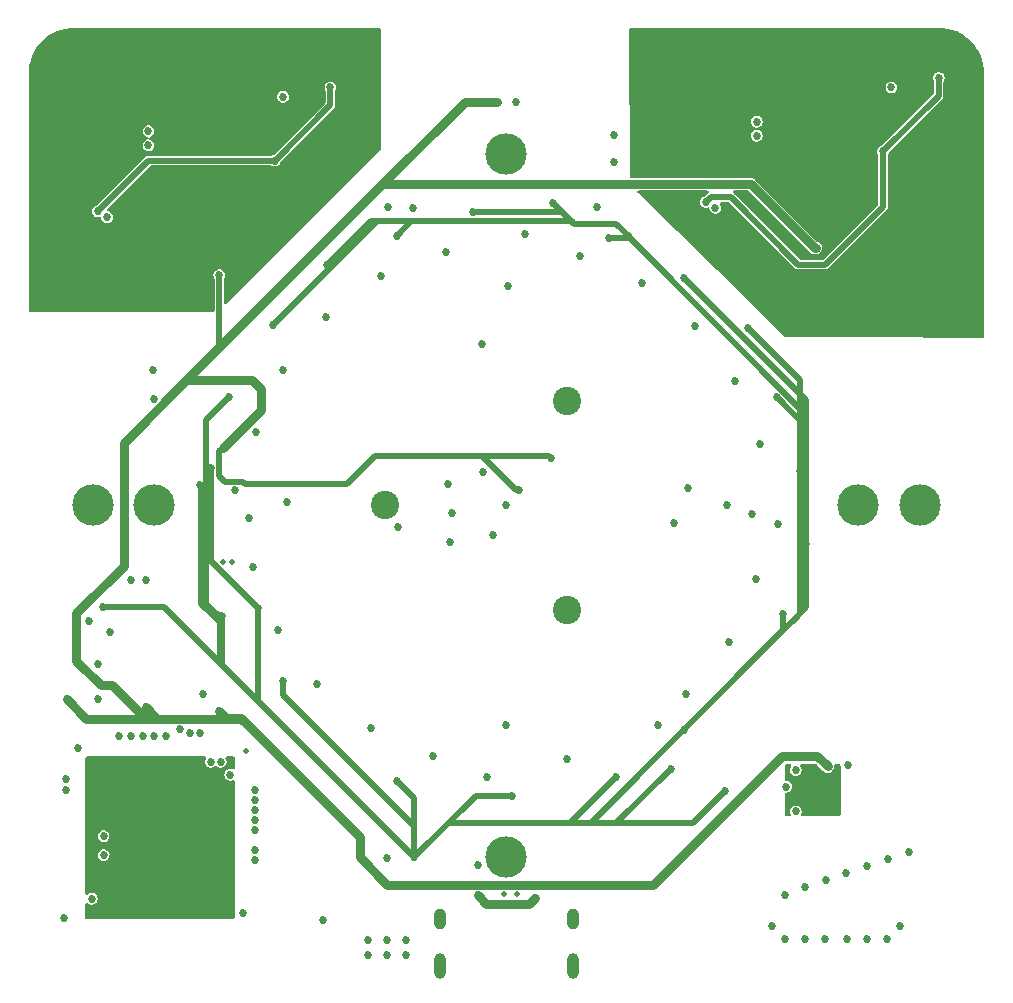
<source format=gbr>
%TF.GenerationSoftware,KiCad,Pcbnew,(6.0.8)*%
%TF.CreationDate,2022-10-28T13:46:59+02:00*%
%TF.ProjectId,view_base,76696577-5f62-4617-9365-2e6b69636164,rev?*%
%TF.SameCoordinates,Original*%
%TF.FileFunction,Copper,L3,Inr*%
%TF.FilePolarity,Positive*%
%FSLAX46Y46*%
G04 Gerber Fmt 4.6, Leading zero omitted, Abs format (unit mm)*
G04 Created by KiCad (PCBNEW (6.0.8)) date 2022-10-28 13:46:59*
%MOMM*%
%LPD*%
G01*
G04 APERTURE LIST*
%TA.AperFunction,ComponentPad*%
%ADD10C,0.600000*%
%TD*%
%TA.AperFunction,ComponentPad*%
%ADD11C,2.400000*%
%TD*%
%TA.AperFunction,ComponentPad*%
%ADD12C,3.500000*%
%TD*%
%TA.AperFunction,ComponentPad*%
%ADD13O,1.000000X2.200000*%
%TD*%
%TA.AperFunction,ComponentPad*%
%ADD14O,1.000000X1.800000*%
%TD*%
%TA.AperFunction,ViaPad*%
%ADD15C,0.685800*%
%TD*%
%TA.AperFunction,ViaPad*%
%ADD16C,0.500000*%
%TD*%
%TA.AperFunction,Conductor*%
%ADD17C,0.508000*%
%TD*%
%TA.AperFunction,Conductor*%
%ADD18C,0.762000*%
%TD*%
G04 APERTURE END LIST*
D10*
%TO.N,GND*%
%TO.C,U5*%
X125450000Y-124675000D03*
X125450000Y-123675000D03*
X126450000Y-123675000D03*
X126450000Y-124675000D03*
%TD*%
D11*
%TO.N,unconnected-(H3-Pad1)*%
%TO.C,H3*%
X105125427Y-91122500D03*
%TD*%
%TO.N,unconnected-(H1-Pad1)*%
%TO.C,H1*%
X105125427Y-108877499D03*
%TD*%
%TO.N,unconnected-(H2-Pad1)*%
%TO.C,H2*%
X89749146Y-100000000D03*
%TD*%
D12*
%TO.N,unconnected-(H4-Pad1)*%
%TO.C,H4*%
X100000000Y-129800000D03*
%TD*%
%TO.N,unconnected-(H5-Pad1)*%
%TO.C,H5*%
X70200000Y-100000000D03*
%TD*%
%TO.N,unconnected-(H6-Pad1)*%
%TO.C,H6*%
X100000000Y-70200000D03*
%TD*%
%TO.N,unconnected-(H7-Pad1)*%
%TO.C,H7*%
X129800000Y-100000000D03*
%TD*%
D13*
%TO.N,GND*%
%TO.C,J2*%
X94380000Y-139000000D03*
X105620000Y-139000000D03*
D14*
X105620000Y-135000000D03*
X94380000Y-135000000D03*
%TD*%
D12*
%TO.N,unconnected-(H8-Pad1)*%
%TO.C,H8*%
X135000000Y-100000000D03*
%TD*%
%TO.N,unconnected-(H9-Pad1)*%
%TO.C,H9*%
X65000000Y-100000000D03*
%TD*%
D15*
%TO.N,+5V*%
X113900000Y-122300000D03*
%TO.N,/IN2A+*%
X100000000Y-118562500D03*
%TO.N,GND*%
X114200000Y-101500000D03*
X120800000Y-100700000D03*
%TO.N,/AVDD*%
X115400000Y-98500000D03*
%TO.N,/IN2B+*%
X118662500Y-100000000D03*
%TO.N,/STRAIN2_DO*%
X109100000Y-70900000D03*
%TO.N,/STRAIN2_SCK*%
X109100000Y-68600000D03*
%TO.N,/STRAIN2_DO*%
X92100000Y-74800000D03*
%TO.N,/STRAIN2_SCK*%
X90000000Y-74700000D03*
X70100000Y-88500000D03*
%TO.N,/STRAIN2_DO*%
X70148676Y-90948676D03*
%TO.N,+3V3*%
X126200000Y-78199992D03*
%TO.N,GND*%
X123102088Y-83802085D03*
X121900000Y-82600000D03*
X124099996Y-84500001D03*
X127499997Y-84500000D03*
X139100002Y-83200007D03*
X139100000Y-81500000D03*
X114702087Y-75302083D03*
X119510408Y-80110408D03*
X120712489Y-81312489D03*
X113500000Y-74100000D03*
X115904167Y-76504158D03*
X117106245Y-77706248D03*
X118308324Y-78908331D03*
X112300003Y-64300006D03*
X112300001Y-71100002D03*
X112300000Y-62600000D03*
X112300007Y-65999999D03*
X112299998Y-67700003D03*
X112299995Y-69400002D03*
X120799994Y-60900003D03*
X114000000Y-60900001D03*
X112299996Y-60900001D03*
X122500000Y-60900000D03*
X119100001Y-60900007D03*
X117399996Y-60899999D03*
X115699997Y-60900000D03*
%TO.N,/STRAIN2_DO*%
X121200000Y-68699998D03*
%TO.N,/AVDD*%
X131899998Y-69999997D03*
%TO.N,GND*%
X127499996Y-60899999D03*
X130900000Y-60900006D03*
X137699997Y-61399998D03*
X132599993Y-60900002D03*
X124099995Y-60900000D03*
%TO.N,/AVDD*%
X136600000Y-63799999D03*
%TO.N,GND*%
X138799994Y-62800003D03*
X129199995Y-60899998D03*
X139100000Y-76400000D03*
%TO.N,/IN2B+*%
X117700001Y-74799999D03*
%TO.N,/AVDD*%
X116899999Y-74299997D03*
%TO.N,GND*%
X129200004Y-84500002D03*
X139100001Y-74699999D03*
X139099993Y-64500001D03*
X137700000Y-84500000D03*
X139099995Y-66200002D03*
X139099999Y-72999994D03*
X139099999Y-69600001D03*
X125799999Y-60900000D03*
X134299999Y-60899999D03*
X139099997Y-78099997D03*
X130899997Y-84499999D03*
%TO.N,/IN2A+*%
X132599999Y-64599999D03*
%TO.N,/STRAIN2_SCK*%
X121199999Y-67499999D03*
%TO.N,GND*%
X134300006Y-84499997D03*
X139099993Y-79800001D03*
X135999998Y-60899999D03*
X139099996Y-71300002D03*
X135999999Y-84499999D03*
X139099995Y-67900002D03*
%TO.N,/AVDD*%
X97900000Y-86300000D03*
X85100000Y-64600000D03*
%TO.N,GND*%
X77100000Y-80500000D03*
X79697917Y-77702084D03*
X80893759Y-76506246D03*
X83297917Y-74102084D03*
X82095839Y-75304161D03*
X84493759Y-72906246D03*
X86897917Y-70502084D03*
X85695839Y-71704161D03*
X88100000Y-69299999D03*
X88100000Y-67600003D03*
X88100000Y-64199999D03*
X88100000Y-62500003D03*
X84700000Y-60800000D03*
X86400000Y-60800000D03*
X88099998Y-60800001D03*
X79600000Y-60800000D03*
X81300000Y-60800000D03*
X84700000Y-60800000D03*
X82999998Y-60800001D03*
X76200000Y-60800000D03*
X79600000Y-60800000D03*
X77899998Y-60800001D03*
X71100000Y-60800000D03*
X74500000Y-60800000D03*
X72799998Y-60800001D03*
X69400000Y-60800000D03*
X66000000Y-60800000D03*
X67699998Y-60800001D03*
X64300000Y-60800000D03*
X62600000Y-61100000D03*
X60700000Y-63900000D03*
X61200000Y-62200000D03*
X60700000Y-65600000D03*
X60700000Y-69000000D03*
X60700000Y-67300000D03*
X60700000Y-70700000D03*
X60700000Y-74100000D03*
X60700000Y-72400000D03*
X60700000Y-75800000D03*
X62900000Y-82300000D03*
X64600000Y-82300000D03*
X68000000Y-82300000D03*
X69700000Y-82300000D03*
X71400000Y-82300000D03*
X73100000Y-82300000D03*
X74800000Y-82300000D03*
%TO.N,/IN1A+*%
X100100000Y-81437500D03*
%TO.N,/IN1B+*%
X81437500Y-99700000D03*
X66200000Y-75600000D03*
%TO.N,/IN1A+*%
X81100000Y-65400000D03*
%TO.N,/AVDD*%
X80400000Y-70800000D03*
X65400000Y-75100000D03*
%TO.N,/STRAIN1_DO*%
X62700000Y-123200000D03*
%TO.N,/STRAIN1_SCK*%
X62700000Y-124100000D03*
%TO.N,/STRAIN1_DO*%
X69700000Y-69500000D03*
%TO.N,/STRAIN1_SCK*%
X69700000Y-68300000D03*
%TO.N,+3V3*%
X75700000Y-80500000D03*
%TO.N,GND*%
X77700000Y-134500000D03*
X63700000Y-120500000D03*
D16*
X77947813Y-120784827D03*
D15*
%TO.N,+3V3*%
X99200000Y-65800000D03*
%TO.N,GND*%
X100800000Y-65800000D03*
%TO.N,/SDA*%
X69500000Y-106300000D03*
%TO.N,/SCL*%
X68200000Y-106300000D03*
%TO.N,/LED_DATA_5V*%
X66400000Y-110700000D03*
D16*
%TO.N,/SCL*%
X76800000Y-104800000D03*
%TO.N,/SDA*%
X76000000Y-104800000D03*
D15*
%TO.N,/MAG_DO*%
X90800000Y-101800000D03*
X78200000Y-101100000D03*
%TO.N,+5V*%
X65875000Y-108625000D03*
X118500000Y-124200000D03*
X78950000Y-108700000D03*
X75900000Y-109400000D03*
X74100000Y-98250000D03*
X74950000Y-96850000D03*
X76550000Y-90800000D03*
X80200000Y-84750000D03*
X84850000Y-79600000D03*
X90750000Y-77150000D03*
X97200000Y-75150000D03*
X103950000Y-74350000D03*
X108700000Y-77350000D03*
X115000000Y-80700000D03*
X120500000Y-84950000D03*
X122900000Y-90850000D03*
X124900000Y-97100000D03*
X125400000Y-103300000D03*
X123450000Y-109200000D03*
X115000000Y-119000000D03*
X109300000Y-122950000D03*
X100500000Y-124603600D03*
X90750000Y-123300000D03*
X81100000Y-114900000D03*
%TO.N,GND*%
X107700000Y-74750000D03*
X65900000Y-124449999D03*
X66250000Y-132050000D03*
X68050000Y-132050000D03*
X69850000Y-132050000D03*
X71650000Y-132050000D03*
X75249999Y-132050000D03*
X73450000Y-132050000D03*
X75900000Y-129099999D03*
X75900000Y-127300000D03*
X75900000Y-125499999D03*
X75900000Y-123700000D03*
X74900000Y-122650000D03*
X71100000Y-122650000D03*
X69500000Y-122650000D03*
X67700000Y-122650000D03*
X65900000Y-122650000D03*
X72350000Y-129150000D03*
X70700000Y-129150000D03*
X69050000Y-129150000D03*
X69050000Y-127500000D03*
X70700000Y-127500000D03*
X72350000Y-127500000D03*
X72350000Y-125850000D03*
X70700000Y-125850000D03*
X69050000Y-125850000D03*
X127800000Y-122800000D03*
X127319400Y-125544400D03*
%TO.N,/USB_D-*%
X97600000Y-130400000D03*
D16*
%TO.N,/USB_D+*%
X100900000Y-132900000D03*
X99800000Y-132900000D03*
D15*
%TO.N,GND*%
X89900000Y-129850000D03*
X91500000Y-138100000D03*
X89900000Y-138100000D03*
X88300000Y-138100000D03*
X91500000Y-136800000D03*
X89900000Y-136800000D03*
X88300000Y-136800000D03*
%TO.N,+3V3*%
X127200000Y-122100000D03*
X87600000Y-129800000D03*
%TO.N,+5V*%
X92200000Y-129800000D03*
X102400000Y-133200000D03*
X97600000Y-133000000D03*
%TO.N,/TMC_VL*%
X78700000Y-124950000D03*
%TO.N,/TMC_DIAG*%
X78700000Y-124100000D03*
%TO.N,/TMC_WL*%
X78700000Y-125800000D03*
%TO.N,/TMC_UL*%
X78700000Y-126650000D03*
%TO.N,/TMC_WH*%
X78700000Y-127500000D03*
%TO.N,/TMC_VH*%
X78700000Y-129200000D03*
%TO.N,/TMC_UH*%
X78700000Y-130050000D03*
%TO.N,GND*%
X133300000Y-135600000D03*
X132200000Y-136700000D03*
X130500000Y-136700000D03*
X128800000Y-136700000D03*
X127000000Y-136700000D03*
X125300000Y-136700000D03*
X123600000Y-136700000D03*
X122500000Y-135600000D03*
X128900000Y-122000000D03*
%TO.N,Net-(J3-Pad1)*%
X124500000Y-125900000D03*
%TO.N,Net-(J3-Pad3)*%
X124500000Y-122400000D03*
%TO.N,Net-(J3-Pad2)*%
X123700000Y-123800000D03*
%TO.N,/TMC_UH*%
X123600000Y-132975000D03*
%TO.N,/TMC_WL*%
X130500000Y-130525000D03*
%TO.N,/TMC_DIAG*%
X134050000Y-129325000D03*
%TO.N,/TMC_VL*%
X132275000Y-129925000D03*
%TO.N,/TMC_UL*%
X128775000Y-131125000D03*
%TO.N,/TMC_WH*%
X127075000Y-131725000D03*
%TO.N,/TMC_VH*%
X125300000Y-132325000D03*
%TO.N,+3V3*%
X103800000Y-96000000D03*
%TO.N,GND*%
X93775000Y-121175000D03*
X98400000Y-123000000D03*
X105125000Y-121450000D03*
X112850000Y-118600000D03*
X115225000Y-116000000D03*
X118850000Y-111550000D03*
X121175000Y-106200000D03*
X123000000Y-101600000D03*
X121475000Y-94825000D03*
X119375000Y-89425000D03*
X115975000Y-84775000D03*
X111500000Y-81125000D03*
X106225000Y-78850000D03*
X101600000Y-77000000D03*
X94875000Y-78525000D03*
X89400000Y-80600000D03*
X84725000Y-84050000D03*
X81125000Y-88500000D03*
X78800000Y-93800000D03*
X77000000Y-98700000D03*
X83975000Y-115150000D03*
X88500000Y-118850000D03*
X80625000Y-110550000D03*
X78525000Y-105200000D03*
X64675000Y-109750000D03*
%TO.N,+3V3*%
X69500000Y-117100000D03*
X62800000Y-116400000D03*
%TO.N,/MAG_CSN*%
X95200000Y-103100000D03*
%TO.N,/MAG_CLK*%
X95400000Y-100600000D03*
%TO.N,/MAG_DO*%
X95100000Y-98200000D03*
%TO.N,+3V3*%
X75700000Y-117400000D03*
%TO.N,GND*%
X74300000Y-116000000D03*
%TO.N,/ESP32_EN*%
X84500000Y-135100000D03*
%TO.N,GND*%
X62549999Y-134950001D03*
%TO.N,/SCL*%
X65400000Y-113400000D03*
%TO.N,/SDA*%
X65400000Y-116400000D03*
%TO.N,/USB_D-*%
X71200000Y-119500000D03*
%TO.N,/USB_D+*%
X70200000Y-119500000D03*
%TO.N,/MAG_CSN*%
X69200000Y-119500000D03*
%TO.N,/MAG_CLK*%
X68187697Y-119500000D03*
%TO.N,/MAG_DO*%
X67200000Y-119500000D03*
%TO.N,Net-(IC1-Pad12)*%
X98900000Y-102500000D03*
%TO.N,Net-(IC1-Pad2)*%
X98000000Y-97200000D03*
%TO.N,+3V3*%
X101088059Y-98691400D03*
%TO.N,GND*%
X100000000Y-100000000D03*
%TO.N,/LCD_BL*%
X72400000Y-118900000D03*
%TO.N,/LCD_CMD*%
X73212303Y-119274606D03*
%TO.N,/LCD_CS*%
X74100000Y-119274606D03*
%TO.N,/LCD_SCK*%
X75000000Y-121700000D03*
%TO.N,/LCD_DATA*%
X75812303Y-121700000D03*
%TO.N,/LCD_RST*%
X76624606Y-122800000D03*
%TO.N,/ESP32_EN*%
X64900000Y-133300000D03*
%TO.N,Net-(TP3-Pad1)*%
X65900000Y-128000000D03*
%TO.N,Net-(TP4-Pad1)*%
X65900000Y-129600000D03*
%TD*%
D17*
%TO.N,+5V*%
X115800000Y-126900000D02*
X109200000Y-126900000D01*
X109200000Y-126900000D02*
X95100000Y-126900000D01*
X113900000Y-122300000D02*
X109300000Y-126900000D01*
X109300000Y-126900000D02*
X109200000Y-126900000D01*
%TO.N,+3V3*%
X103800000Y-96000000D02*
X103600000Y-95800000D01*
X103600000Y-95800000D02*
X97900000Y-95800000D01*
%TO.N,+5V*%
X97403600Y-124596400D02*
X92200000Y-129800000D01*
X100500000Y-124603600D02*
X100492800Y-124596400D01*
X100492800Y-124596400D02*
X97403600Y-124596400D01*
%TO.N,/AVDD*%
X116899999Y-74299997D02*
X117299996Y-73900000D01*
X119000000Y-73900000D02*
X124700000Y-79600000D01*
X124700000Y-79600000D02*
X127000000Y-79600000D01*
X117299996Y-73900000D02*
X119000000Y-73900000D01*
X127000000Y-79600000D02*
X131899998Y-74700002D01*
X131899998Y-74700002D02*
X131899998Y-69999997D01*
X131899998Y-69999997D02*
X136600000Y-65299995D01*
X136600000Y-65299995D02*
X136600000Y-63799999D01*
D18*
%TO.N,+3V3*%
X126200000Y-78199992D02*
X126099992Y-78199992D01*
X89500000Y-72800000D02*
X89150000Y-73150000D01*
X126099992Y-78199992D02*
X120700000Y-72800000D01*
X120700000Y-72800000D02*
X89500000Y-72800000D01*
X75600000Y-86700000D02*
X89150000Y-73150000D01*
X89150000Y-73150000D02*
X96500000Y-65800000D01*
X72900000Y-89400000D02*
X75600000Y-86700000D01*
D17*
X75700000Y-80500000D02*
X75700000Y-86600000D01*
X75700000Y-86600000D02*
X75600000Y-86700000D01*
%TO.N,/AVDD*%
X80400000Y-70800000D02*
X85100000Y-66100000D01*
X85100000Y-66100000D02*
X85100000Y-64600000D01*
%TO.N,+3V3*%
X76000000Y-95100000D02*
X75700000Y-95400000D01*
X75700000Y-97500000D02*
X76176100Y-97976100D01*
X75700000Y-95400000D02*
X75700000Y-97500000D01*
X76176100Y-97976100D02*
X77676100Y-97976100D01*
X77676100Y-97976100D02*
X77900000Y-98200000D01*
X77900000Y-98200000D02*
X86500000Y-98200000D01*
X86500000Y-98200000D02*
X88900000Y-95800000D01*
X88900000Y-95800000D02*
X97900000Y-95800000D01*
%TO.N,/AVDD*%
X65400000Y-75100000D02*
X69700000Y-70800000D01*
X69700000Y-70800000D02*
X80400000Y-70800000D01*
D18*
%TO.N,+3V3*%
X78100000Y-118600000D02*
X77500000Y-118000000D01*
X77500000Y-118000000D02*
X76300000Y-118000000D01*
X76300000Y-118000000D02*
X75700000Y-117400000D01*
X78100000Y-118600000D02*
X77549100Y-118049100D01*
X77549100Y-118049100D02*
X72150900Y-118049100D01*
X87600000Y-129800000D02*
X87600000Y-128100000D01*
X87600000Y-128100000D02*
X78100000Y-118600000D01*
X96500000Y-65800000D02*
X99200000Y-65800000D01*
D17*
X97900000Y-95800000D02*
X100791400Y-98691400D01*
X100791400Y-98691400D02*
X101088059Y-98691400D01*
D18*
X79200000Y-90100000D02*
X79200000Y-90900000D01*
X78500000Y-89400000D02*
X79200000Y-90100000D01*
X79200000Y-90900000D02*
X79200000Y-91900000D01*
X79200000Y-91900000D02*
X76000000Y-95100000D01*
X78500000Y-89400000D02*
X72900000Y-89400000D01*
X72900000Y-89400000D02*
X67600000Y-94700000D01*
X67600000Y-94700000D02*
X67600000Y-105100000D01*
X67600000Y-105100000D02*
X63600000Y-109100000D01*
X66601800Y-115200000D02*
X69450900Y-118049100D01*
X63600000Y-109100000D02*
X63600000Y-113160100D01*
X63600000Y-113160100D02*
X65639900Y-115200000D01*
X65639900Y-115200000D02*
X66601800Y-115200000D01*
D17*
%TO.N,+5V*%
X74600000Y-108300000D02*
X75700000Y-109400000D01*
X75700000Y-109400000D02*
X75900000Y-109400000D01*
X74600000Y-92750000D02*
X74600000Y-108300000D01*
X76550000Y-90800000D02*
X74600000Y-92750000D01*
X76500000Y-90800000D02*
X76550000Y-90800000D01*
D18*
%TO.N,+3V3*%
X72150900Y-118049100D02*
X69450900Y-118049100D01*
X69450900Y-118049100D02*
X64449100Y-118049100D01*
%TO.N,+5V*%
X100568214Y-133701000D02*
X100567214Y-133700000D01*
X100132786Y-133700000D02*
X100131786Y-133701000D01*
D17*
X74150000Y-108300000D02*
X75750000Y-109900000D01*
X89014536Y-75935464D02*
X89414536Y-75935464D01*
X105535464Y-75935464D02*
X105750000Y-76150000D01*
X110450000Y-77300000D02*
X110450000Y-77350000D01*
X125400000Y-92300000D02*
X125400000Y-93350000D01*
X124900000Y-109100000D02*
X124400000Y-109600000D01*
D18*
X102400000Y-133200000D02*
X101899000Y-133701000D01*
X100567214Y-133700000D02*
X100132786Y-133700000D01*
X101899000Y-133701000D02*
X100568214Y-133701000D01*
X100131786Y-133701000D02*
X98301000Y-133701000D01*
X98301000Y-133701000D02*
X97600000Y-133000000D01*
D17*
X65875000Y-108625000D02*
X71025000Y-108625000D01*
X71025000Y-108625000D02*
X75750000Y-113350000D01*
X74100000Y-98250000D02*
X74150000Y-98300000D01*
X75750000Y-109900000D02*
X75750000Y-113350000D01*
X74150000Y-98300000D02*
X74150000Y-108300000D01*
X75750000Y-113350000D02*
X92200000Y-129800000D01*
X78950000Y-108700000D02*
X74950000Y-104700000D01*
X74950000Y-104700000D02*
X74950000Y-96850000D01*
X88514536Y-75935464D02*
X89414536Y-75935464D01*
X80200000Y-84750000D02*
X89014536Y-75935464D01*
X89414536Y-75935464D02*
X91964536Y-75935464D01*
X84850000Y-79600000D02*
X88514536Y-75935464D01*
X90750000Y-77150000D02*
X91964536Y-75935464D01*
X91964536Y-75935464D02*
X105535464Y-75935464D01*
X97200000Y-75150000D02*
X104750000Y-75150000D01*
X104750000Y-75150000D02*
X105750000Y-76150000D01*
X103950000Y-74350000D02*
X105750000Y-76150000D01*
X105750000Y-76150000D02*
X109300000Y-76150000D01*
X109300000Y-76150000D02*
X110450000Y-77300000D01*
X125400000Y-91100000D02*
X125400000Y-92300000D01*
X108700000Y-77350000D02*
X110450000Y-77350000D01*
X110450000Y-77350000D02*
X125400000Y-92300000D01*
X115000000Y-80700000D02*
X125400000Y-91100000D01*
X120500000Y-84950000D02*
X124900000Y-89350000D01*
X124900000Y-89350000D02*
X124900000Y-97100000D01*
X122900000Y-90850000D02*
X125400000Y-93350000D01*
X125400000Y-93350000D02*
X125400000Y-103300000D01*
X125400000Y-108600000D02*
X124400000Y-109600000D01*
X124400000Y-109600000D02*
X123450000Y-110550000D01*
X124900000Y-97100000D02*
X124900000Y-109100000D01*
X125400000Y-103300000D02*
X125400000Y-108600000D01*
X118500000Y-124200000D02*
X115800000Y-126900000D01*
X123450000Y-109200000D02*
X123450000Y-110550000D01*
X123450000Y-110550000D02*
X107150000Y-126850000D01*
X81100000Y-114900000D02*
X81100000Y-116050000D01*
X81100000Y-116050000D02*
X92200000Y-127150000D01*
X109300000Y-122950000D02*
X105400000Y-126850000D01*
X75900000Y-109400000D02*
X75900000Y-113500000D01*
X78950000Y-108700000D02*
X78950000Y-116550000D01*
X90750000Y-123300000D02*
X92200000Y-124750000D01*
X92200000Y-124750000D02*
X92200000Y-129800000D01*
D18*
%TO.N,+3V3*%
X72150900Y-118049100D02*
X70449100Y-118049100D01*
X64449100Y-118049100D02*
X62800000Y-116400000D01*
X70449100Y-118049100D02*
X69500000Y-117100000D01*
X87600000Y-129800000D02*
X89900000Y-132100000D01*
X89900000Y-132100000D02*
X112400000Y-132100000D01*
X112400000Y-132100000D02*
X123300000Y-121200000D01*
X123300000Y-121200000D02*
X126300000Y-121200000D01*
X126300000Y-121200000D02*
X127200000Y-122100000D01*
%TD*%
%TA.AperFunction,Conductor*%
%TO.N,GND*%
G36*
X124071993Y-121920002D02*
G01*
X124118486Y-121973658D01*
X124128590Y-122043932D01*
X124098315Y-122109406D01*
X124083372Y-122126326D01*
X124079558Y-122134449D01*
X124079557Y-122134451D01*
X124055158Y-122186419D01*
X124023307Y-122254260D01*
X124001563Y-122393910D01*
X124002727Y-122402812D01*
X124002727Y-122402815D01*
X124015648Y-122501622D01*
X124019889Y-122534050D01*
X124076810Y-122663413D01*
X124167751Y-122771600D01*
X124175222Y-122776573D01*
X124175223Y-122776574D01*
X124277928Y-122844941D01*
X124277931Y-122844942D01*
X124285401Y-122849915D01*
X124293965Y-122852591D01*
X124293968Y-122852592D01*
X124352852Y-122870989D01*
X124420303Y-122892062D01*
X124561612Y-122894652D01*
X124618319Y-122879192D01*
X124689309Y-122859838D01*
X124689311Y-122859837D01*
X124697968Y-122857477D01*
X124818409Y-122783526D01*
X124829204Y-122771600D01*
X124907226Y-122685403D01*
X124907227Y-122685402D01*
X124913254Y-122678743D01*
X124917353Y-122670284D01*
X124970963Y-122559632D01*
X124970963Y-122559631D01*
X124974877Y-122551553D01*
X124998325Y-122412179D01*
X124998474Y-122400000D01*
X124978438Y-122260095D01*
X124919941Y-122131437D01*
X124899960Y-122108248D01*
X124870646Y-122043586D01*
X124880945Y-121973340D01*
X124927587Y-121919813D01*
X124995413Y-121900000D01*
X126196155Y-121900000D01*
X126264276Y-121920002D01*
X126285250Y-121936905D01*
X126849967Y-122501622D01*
X126936632Y-122567404D01*
X127072028Y-122621010D01*
X127216852Y-122636231D01*
X127225319Y-122634799D01*
X127225320Y-122634799D01*
X127301539Y-122621908D01*
X127360435Y-122611947D01*
X127455093Y-122567404D01*
X127484428Y-122553600D01*
X127484429Y-122553599D01*
X127492197Y-122549944D01*
X127498695Y-122544335D01*
X127498698Y-122544333D01*
X127595931Y-122460403D01*
X127595933Y-122460401D01*
X127602432Y-122454791D01*
X127683018Y-122333500D01*
X127728018Y-122195005D01*
X127734116Y-122049511D01*
X127732154Y-122041145D01*
X127731843Y-122037857D01*
X127745346Y-121968156D01*
X127794389Y-121916820D01*
X127857284Y-121900000D01*
X128174000Y-121900000D01*
X128242121Y-121920002D01*
X128288614Y-121973658D01*
X128300000Y-122026000D01*
X128300000Y-126174000D01*
X128279998Y-126242121D01*
X128226342Y-126288614D01*
X128174000Y-126300000D01*
X125055561Y-126300000D01*
X124987440Y-126279998D01*
X124940947Y-126226342D01*
X124930843Y-126156068D01*
X124942169Y-126119062D01*
X124970963Y-126059632D01*
X124970963Y-126059631D01*
X124974877Y-126051553D01*
X124998325Y-125912179D01*
X124998474Y-125900000D01*
X124978438Y-125760095D01*
X124919941Y-125631437D01*
X124827684Y-125524368D01*
X124709086Y-125447497D01*
X124692411Y-125442510D01*
X124582280Y-125409573D01*
X124582278Y-125409573D01*
X124573679Y-125407001D01*
X124564704Y-125406946D01*
X124564703Y-125406946D01*
X124503989Y-125406575D01*
X124432349Y-125406138D01*
X124296458Y-125444976D01*
X124176929Y-125520393D01*
X124083372Y-125626326D01*
X124079558Y-125634449D01*
X124079557Y-125634451D01*
X124050512Y-125696316D01*
X124023307Y-125754260D01*
X124001563Y-125893910D01*
X124002727Y-125902812D01*
X124002727Y-125902815D01*
X124003316Y-125907317D01*
X124019889Y-126034050D01*
X124031146Y-126059632D01*
X124059140Y-126123254D01*
X124068268Y-126193661D01*
X124037881Y-126257826D01*
X123977628Y-126295377D01*
X123943811Y-126300000D01*
X123726000Y-126300000D01*
X123657879Y-126279998D01*
X123611386Y-126226342D01*
X123600000Y-126174000D01*
X123600000Y-124420021D01*
X123620002Y-124351900D01*
X123673658Y-124305407D01*
X123728308Y-124294042D01*
X123752634Y-124294488D01*
X123752638Y-124294488D01*
X123761612Y-124294652D01*
X123818319Y-124279192D01*
X123889309Y-124259838D01*
X123889311Y-124259837D01*
X123897968Y-124257477D01*
X124018409Y-124183526D01*
X124113254Y-124078743D01*
X124120682Y-124063413D01*
X124170963Y-123959632D01*
X124170963Y-123959631D01*
X124174877Y-123951553D01*
X124198325Y-123812179D01*
X124198474Y-123800000D01*
X124178438Y-123660095D01*
X124119941Y-123531437D01*
X124027684Y-123424368D01*
X123909086Y-123347497D01*
X123900486Y-123344925D01*
X123782280Y-123309573D01*
X123782278Y-123309573D01*
X123773679Y-123307001D01*
X123764704Y-123306946D01*
X123764703Y-123306946D01*
X123725230Y-123306705D01*
X123657233Y-123286287D01*
X123611069Y-123232348D01*
X123600000Y-123180707D01*
X123600000Y-122026000D01*
X123620002Y-121957879D01*
X123673658Y-121911386D01*
X123726000Y-121900000D01*
X124003872Y-121900000D01*
X124071993Y-121920002D01*
G37*
%TD.AperFunction*%
%TD*%
%TA.AperFunction,Conductor*%
%TO.N,GND*%
G36*
X74535925Y-121270002D02*
G01*
X74582418Y-121323658D01*
X74592522Y-121393932D01*
X74581859Y-121429548D01*
X74523307Y-121554260D01*
X74501563Y-121693910D01*
X74502727Y-121702812D01*
X74502727Y-121702815D01*
X74503316Y-121707317D01*
X74519889Y-121834050D01*
X74576810Y-121963413D01*
X74667751Y-122071600D01*
X74675222Y-122076573D01*
X74675223Y-122076574D01*
X74777928Y-122144941D01*
X74777931Y-122144942D01*
X74785401Y-122149915D01*
X74793965Y-122152591D01*
X74793968Y-122152592D01*
X74852852Y-122170989D01*
X74920303Y-122192062D01*
X75061612Y-122194652D01*
X75118319Y-122179192D01*
X75189309Y-122159838D01*
X75189311Y-122159837D01*
X75197968Y-122157477D01*
X75318409Y-122083526D01*
X75324431Y-122076873D01*
X75325643Y-122075867D01*
X75390833Y-122047745D01*
X75460877Y-122059330D01*
X75479797Y-122071986D01*
X75480054Y-122071600D01*
X75590231Y-122144941D01*
X75590234Y-122144942D01*
X75597704Y-122149915D01*
X75606268Y-122152591D01*
X75606271Y-122152592D01*
X75665155Y-122170989D01*
X75732606Y-122192062D01*
X75873915Y-122194652D01*
X75930622Y-122179192D01*
X76001612Y-122159838D01*
X76001614Y-122159837D01*
X76010271Y-122157477D01*
X76130712Y-122083526D01*
X76141507Y-122071600D01*
X76219529Y-121985403D01*
X76219530Y-121985402D01*
X76225557Y-121978743D01*
X76229656Y-121970284D01*
X76283266Y-121859632D01*
X76283266Y-121859631D01*
X76287180Y-121851553D01*
X76310628Y-121712179D01*
X76310777Y-121700000D01*
X76290741Y-121560095D01*
X76232244Y-121431437D01*
X76234741Y-121430302D01*
X76218843Y-121375734D01*
X76238989Y-121307656D01*
X76292743Y-121261276D01*
X76344843Y-121250000D01*
X76874000Y-121250000D01*
X76942121Y-121270002D01*
X76988614Y-121323658D01*
X77000000Y-121376000D01*
X77000000Y-122228723D01*
X76979998Y-122296844D01*
X76926342Y-122343337D01*
X76856068Y-122353441D01*
X76833879Y-122346872D01*
X76833692Y-122347497D01*
X76706886Y-122309573D01*
X76706884Y-122309573D01*
X76698285Y-122307001D01*
X76689310Y-122306946D01*
X76689309Y-122306946D01*
X76628595Y-122306575D01*
X76556955Y-122306138D01*
X76421064Y-122344976D01*
X76413477Y-122349763D01*
X76413475Y-122349764D01*
X76349519Y-122390117D01*
X76301535Y-122420393D01*
X76207978Y-122526326D01*
X76147913Y-122654260D01*
X76126169Y-122793910D01*
X76144495Y-122934050D01*
X76201416Y-123063413D01*
X76292357Y-123171600D01*
X76299828Y-123176573D01*
X76299829Y-123176574D01*
X76402534Y-123244941D01*
X76402537Y-123244942D01*
X76410007Y-123249915D01*
X76418571Y-123252591D01*
X76418574Y-123252592D01*
X76477458Y-123270988D01*
X76544909Y-123292062D01*
X76686218Y-123294652D01*
X76822574Y-123257477D01*
X76826276Y-123255204D01*
X76894422Y-123246794D01*
X76958400Y-123277573D01*
X76995582Y-123338055D01*
X77000000Y-123371128D01*
X77000000Y-134873500D01*
X76979998Y-134941621D01*
X76926342Y-134988114D01*
X76874000Y-134999500D01*
X64476000Y-134999500D01*
X64407879Y-134979498D01*
X64361386Y-134925842D01*
X64350000Y-134873500D01*
X64350000Y-133756878D01*
X64370002Y-133688757D01*
X64423658Y-133642264D01*
X64493932Y-133632160D01*
X64559982Y-133662947D01*
X64561976Y-133664729D01*
X64567751Y-133671600D01*
X64626576Y-133710758D01*
X64677928Y-133744941D01*
X64677931Y-133744942D01*
X64685401Y-133749915D01*
X64693965Y-133752591D01*
X64693968Y-133752592D01*
X64752852Y-133770989D01*
X64820303Y-133792062D01*
X64961612Y-133794652D01*
X65018319Y-133779192D01*
X65089309Y-133759838D01*
X65089311Y-133759837D01*
X65097968Y-133757477D01*
X65158189Y-133720501D01*
X65210761Y-133688222D01*
X65210762Y-133688222D01*
X65218409Y-133683526D01*
X65255758Y-133642264D01*
X65307226Y-133585403D01*
X65307227Y-133585402D01*
X65313254Y-133578743D01*
X65320682Y-133563413D01*
X65370963Y-133459632D01*
X65370963Y-133459631D01*
X65374877Y-133451553D01*
X65398325Y-133312179D01*
X65398474Y-133300000D01*
X65378438Y-133160095D01*
X65319941Y-133031437D01*
X65227684Y-132924368D01*
X65109086Y-132847497D01*
X65092411Y-132842510D01*
X64982280Y-132809573D01*
X64982278Y-132809573D01*
X64973679Y-132807001D01*
X64964704Y-132806946D01*
X64964703Y-132806946D01*
X64903989Y-132806575D01*
X64832349Y-132806138D01*
X64696458Y-132844976D01*
X64576929Y-132920393D01*
X64570986Y-132927122D01*
X64570985Y-132927123D01*
X64570440Y-132927740D01*
X64569748Y-132928175D01*
X64564151Y-132932939D01*
X64563463Y-132932131D01*
X64510353Y-132965557D01*
X64439360Y-132964886D01*
X64379999Y-132925939D01*
X64351118Y-132861082D01*
X64350000Y-132844331D01*
X64350000Y-129593910D01*
X65401563Y-129593910D01*
X65402727Y-129602812D01*
X65402727Y-129602815D01*
X65403316Y-129607317D01*
X65419889Y-129734050D01*
X65476810Y-129863413D01*
X65567751Y-129971600D01*
X65575222Y-129976573D01*
X65575223Y-129976574D01*
X65677928Y-130044941D01*
X65677931Y-130044942D01*
X65685401Y-130049915D01*
X65693965Y-130052591D01*
X65693968Y-130052592D01*
X65752852Y-130070989D01*
X65820303Y-130092062D01*
X65961612Y-130094652D01*
X66018319Y-130079192D01*
X66089309Y-130059838D01*
X66089311Y-130059837D01*
X66097968Y-130057477D01*
X66218409Y-129983526D01*
X66229204Y-129971600D01*
X66307226Y-129885403D01*
X66307227Y-129885402D01*
X66313254Y-129878743D01*
X66317353Y-129870284D01*
X66370963Y-129759632D01*
X66370963Y-129759631D01*
X66374877Y-129751553D01*
X66398325Y-129612179D01*
X66398474Y-129600000D01*
X66378438Y-129460095D01*
X66319941Y-129331437D01*
X66227684Y-129224368D01*
X66109086Y-129147497D01*
X66092411Y-129142510D01*
X65982280Y-129109573D01*
X65982278Y-129109573D01*
X65973679Y-129107001D01*
X65964704Y-129106946D01*
X65964703Y-129106946D01*
X65903989Y-129106575D01*
X65832349Y-129106138D01*
X65696458Y-129144976D01*
X65576929Y-129220393D01*
X65483372Y-129326326D01*
X65479558Y-129334449D01*
X65479557Y-129334451D01*
X65450512Y-129396316D01*
X65423307Y-129454260D01*
X65401563Y-129593910D01*
X64350000Y-129593910D01*
X64350000Y-127993910D01*
X65401563Y-127993910D01*
X65402727Y-128002812D01*
X65402727Y-128002815D01*
X65403316Y-128007317D01*
X65419889Y-128134050D01*
X65476810Y-128263413D01*
X65567751Y-128371600D01*
X65575222Y-128376573D01*
X65575223Y-128376574D01*
X65677928Y-128444941D01*
X65677931Y-128444942D01*
X65685401Y-128449915D01*
X65693965Y-128452591D01*
X65693968Y-128452592D01*
X65752852Y-128470989D01*
X65820303Y-128492062D01*
X65961612Y-128494652D01*
X66018319Y-128479192D01*
X66089309Y-128459838D01*
X66089311Y-128459837D01*
X66097968Y-128457477D01*
X66218409Y-128383526D01*
X66229204Y-128371600D01*
X66307226Y-128285403D01*
X66307227Y-128285402D01*
X66313254Y-128278743D01*
X66317353Y-128270284D01*
X66370963Y-128159632D01*
X66370963Y-128159631D01*
X66374877Y-128151553D01*
X66398325Y-128012179D01*
X66398474Y-128000000D01*
X66378438Y-127860095D01*
X66319941Y-127731437D01*
X66227684Y-127624368D01*
X66109086Y-127547497D01*
X66092411Y-127542510D01*
X65982280Y-127509573D01*
X65982278Y-127509573D01*
X65973679Y-127507001D01*
X65964704Y-127506946D01*
X65964703Y-127506946D01*
X65903989Y-127506575D01*
X65832349Y-127506138D01*
X65696458Y-127544976D01*
X65576929Y-127620393D01*
X65483372Y-127726326D01*
X65479558Y-127734449D01*
X65479557Y-127734451D01*
X65450512Y-127796316D01*
X65423307Y-127854260D01*
X65401563Y-127993910D01*
X64350000Y-127993910D01*
X64350000Y-121376000D01*
X64370002Y-121307879D01*
X64423658Y-121261386D01*
X64476000Y-121250000D01*
X74467804Y-121250000D01*
X74535925Y-121270002D01*
G37*
%TD.AperFunction*%
%TD*%
%TA.AperFunction,Conductor*%
%TO.N,GND*%
G36*
X89342121Y-59570502D02*
G01*
X89388614Y-59624158D01*
X89400000Y-59676500D01*
X89400000Y-69747810D01*
X89379998Y-69815931D01*
X89363095Y-69836905D01*
X76319595Y-82880405D01*
X76257283Y-82914431D01*
X76186468Y-82909366D01*
X76129632Y-82866819D01*
X76104821Y-82800299D01*
X76104500Y-82791310D01*
X76104500Y-80825726D01*
X76117108Y-80770788D01*
X76122113Y-80760459D01*
X76174877Y-80651553D01*
X76198325Y-80512179D01*
X76198474Y-80500000D01*
X76178438Y-80360095D01*
X76119941Y-80231437D01*
X76027684Y-80124368D01*
X75909086Y-80047497D01*
X75892411Y-80042510D01*
X75782280Y-80009573D01*
X75782278Y-80009573D01*
X75773679Y-80007001D01*
X75764704Y-80006946D01*
X75764703Y-80006946D01*
X75703989Y-80006575D01*
X75632349Y-80006138D01*
X75496458Y-80044976D01*
X75376929Y-80120393D01*
X75283372Y-80226326D01*
X75279558Y-80234449D01*
X75279557Y-80234451D01*
X75250512Y-80296316D01*
X75223307Y-80354260D01*
X75201563Y-80493910D01*
X75202727Y-80502812D01*
X75202727Y-80502815D01*
X75203316Y-80507317D01*
X75219889Y-80634050D01*
X75276810Y-80763413D01*
X75277574Y-80764322D01*
X75295500Y-80827042D01*
X75295500Y-83474000D01*
X75275498Y-83542121D01*
X75221842Y-83588614D01*
X75169500Y-83600000D01*
X59676501Y-83600000D01*
X59608380Y-83579998D01*
X59561887Y-83526342D01*
X59550501Y-83474000D01*
X59550501Y-75093910D01*
X64901563Y-75093910D01*
X64902727Y-75102812D01*
X64902727Y-75102815D01*
X64917984Y-75219485D01*
X64919889Y-75234050D01*
X64976810Y-75363413D01*
X65067751Y-75471600D01*
X65075222Y-75476573D01*
X65075223Y-75476574D01*
X65177928Y-75544941D01*
X65177931Y-75544942D01*
X65185401Y-75549915D01*
X65193965Y-75552591D01*
X65193968Y-75552592D01*
X65247931Y-75569451D01*
X65320303Y-75592062D01*
X65461612Y-75594652D01*
X65554048Y-75569451D01*
X65625030Y-75570831D01*
X65683999Y-75610368D01*
X65712125Y-75674676D01*
X65719889Y-75734050D01*
X65776810Y-75863413D01*
X65867751Y-75971600D01*
X65875222Y-75976573D01*
X65875223Y-75976574D01*
X65977928Y-76044941D01*
X65977931Y-76044942D01*
X65985401Y-76049915D01*
X65993965Y-76052591D01*
X65993968Y-76052592D01*
X66052852Y-76070989D01*
X66120303Y-76092062D01*
X66261612Y-76094652D01*
X66318319Y-76079192D01*
X66389309Y-76059838D01*
X66389311Y-76059837D01*
X66397968Y-76057477D01*
X66518409Y-75983526D01*
X66529204Y-75971600D01*
X66607226Y-75885403D01*
X66607227Y-75885402D01*
X66613254Y-75878743D01*
X66617353Y-75870284D01*
X66670963Y-75759632D01*
X66670963Y-75759631D01*
X66674877Y-75751553D01*
X66694681Y-75633841D01*
X66697518Y-75616976D01*
X66698325Y-75612179D01*
X66698474Y-75600000D01*
X66681794Y-75483526D01*
X66679711Y-75468981D01*
X66679710Y-75468978D01*
X66678438Y-75460095D01*
X66619941Y-75331437D01*
X66527684Y-75224368D01*
X66409086Y-75147497D01*
X66400486Y-75144925D01*
X66282280Y-75109573D01*
X66282278Y-75109573D01*
X66273679Y-75107001D01*
X66264704Y-75106946D01*
X66255823Y-75105619D01*
X66256174Y-75103270D01*
X66200495Y-75086546D01*
X66154334Y-75032604D01*
X66144665Y-74962269D01*
X66174556Y-74897872D01*
X66180174Y-74891876D01*
X69830645Y-71241405D01*
X69892957Y-71207379D01*
X69919740Y-71204500D01*
X80079074Y-71204500D01*
X80148893Y-71225613D01*
X80185401Y-71249915D01*
X80193965Y-71252591D01*
X80193968Y-71252592D01*
X80252852Y-71270989D01*
X80320303Y-71292062D01*
X80461612Y-71294652D01*
X80518319Y-71279192D01*
X80589309Y-71259838D01*
X80589311Y-71259837D01*
X80597968Y-71257477D01*
X80679561Y-71207379D01*
X80710761Y-71188222D01*
X80710762Y-71188222D01*
X80718409Y-71183526D01*
X80813254Y-71078743D01*
X80874877Y-70951553D01*
X80879195Y-70925887D01*
X80914354Y-70857696D01*
X85408535Y-66363514D01*
X85431326Y-66340723D01*
X85441457Y-66320840D01*
X85451784Y-66303987D01*
X85464905Y-66285929D01*
X85471801Y-66264704D01*
X85479367Y-66246438D01*
X85484997Y-66235388D01*
X85489498Y-66226555D01*
X85492989Y-66204513D01*
X85497605Y-66185287D01*
X85501435Y-66173500D01*
X85501435Y-66173498D01*
X85504500Y-66164066D01*
X85504500Y-64925726D01*
X85517108Y-64870788D01*
X85522113Y-64860459D01*
X85574877Y-64751553D01*
X85598325Y-64612179D01*
X85598474Y-64600000D01*
X85578438Y-64460095D01*
X85519941Y-64331437D01*
X85427684Y-64224368D01*
X85309086Y-64147497D01*
X85292411Y-64142510D01*
X85182280Y-64109573D01*
X85182278Y-64109573D01*
X85173679Y-64107001D01*
X85164704Y-64106946D01*
X85164703Y-64106946D01*
X85103989Y-64106575D01*
X85032349Y-64106138D01*
X84896458Y-64144976D01*
X84776929Y-64220393D01*
X84683372Y-64326326D01*
X84679558Y-64334449D01*
X84679557Y-64334451D01*
X84650512Y-64396316D01*
X84623307Y-64454260D01*
X84601563Y-64593910D01*
X84602727Y-64602812D01*
X84602727Y-64602815D01*
X84603316Y-64607317D01*
X84619889Y-64734050D01*
X84676810Y-64863413D01*
X84677574Y-64864322D01*
X84695500Y-64927042D01*
X84695500Y-65880261D01*
X84675498Y-65948382D01*
X84658595Y-65969356D01*
X80340679Y-70287271D01*
X80286209Y-70319325D01*
X80196458Y-70344976D01*
X80188868Y-70349765D01*
X80147189Y-70376062D01*
X80079954Y-70395500D01*
X69635934Y-70395500D01*
X69626501Y-70398565D01*
X69614714Y-70402395D01*
X69595483Y-70407012D01*
X69589363Y-70407981D01*
X69583244Y-70408950D01*
X69583243Y-70408950D01*
X69573445Y-70410502D01*
X69564610Y-70415004D01*
X69564606Y-70415005D01*
X69553557Y-70420635D01*
X69535295Y-70428199D01*
X69523503Y-70432031D01*
X69523501Y-70432032D01*
X69514071Y-70435096D01*
X69496017Y-70448213D01*
X69479160Y-70458543D01*
X69459277Y-70468674D01*
X69436489Y-70491462D01*
X69436485Y-70491465D01*
X65340679Y-74587271D01*
X65286209Y-74619325D01*
X65196458Y-74644976D01*
X65076929Y-74720393D01*
X64983372Y-74826326D01*
X64923307Y-74954260D01*
X64921927Y-74963124D01*
X64921926Y-74963127D01*
X64911109Y-75032604D01*
X64901563Y-75093910D01*
X59550501Y-75093910D01*
X59550501Y-69493910D01*
X69201563Y-69493910D01*
X69202727Y-69502812D01*
X69202727Y-69502815D01*
X69203316Y-69507317D01*
X69219889Y-69634050D01*
X69276810Y-69763413D01*
X69367751Y-69871600D01*
X69375222Y-69876573D01*
X69375223Y-69876574D01*
X69477928Y-69944941D01*
X69477931Y-69944942D01*
X69485401Y-69949915D01*
X69493965Y-69952591D01*
X69493968Y-69952592D01*
X69552852Y-69970989D01*
X69620303Y-69992062D01*
X69761612Y-69994652D01*
X69818319Y-69979192D01*
X69889309Y-69959838D01*
X69889311Y-69959837D01*
X69897968Y-69957477D01*
X70018409Y-69883526D01*
X70029204Y-69871600D01*
X70107226Y-69785403D01*
X70107227Y-69785402D01*
X70113254Y-69778743D01*
X70117353Y-69770284D01*
X70170963Y-69659632D01*
X70170963Y-69659631D01*
X70174877Y-69651553D01*
X70198325Y-69512179D01*
X70198474Y-69500000D01*
X70178438Y-69360095D01*
X70119941Y-69231437D01*
X70027684Y-69124368D01*
X69909086Y-69047497D01*
X69892411Y-69042510D01*
X69818867Y-69020515D01*
X69759334Y-68981833D01*
X69730164Y-68917105D01*
X69740620Y-68846883D01*
X69787381Y-68793460D01*
X69821827Y-68778236D01*
X69849564Y-68770673D01*
X69889309Y-68759838D01*
X69889311Y-68759837D01*
X69897968Y-68757477D01*
X70018409Y-68683526D01*
X70029204Y-68671600D01*
X70107226Y-68585403D01*
X70107227Y-68585402D01*
X70113254Y-68578743D01*
X70117353Y-68570284D01*
X70170963Y-68459632D01*
X70170963Y-68459631D01*
X70174877Y-68451553D01*
X70198325Y-68312179D01*
X70198474Y-68300000D01*
X70178438Y-68160095D01*
X70119941Y-68031437D01*
X70027684Y-67924368D01*
X69909086Y-67847497D01*
X69892411Y-67842510D01*
X69782280Y-67809573D01*
X69782278Y-67809573D01*
X69773679Y-67807001D01*
X69764704Y-67806946D01*
X69764703Y-67806946D01*
X69703989Y-67806575D01*
X69632349Y-67806138D01*
X69496458Y-67844976D01*
X69376929Y-67920393D01*
X69283372Y-68026326D01*
X69279558Y-68034449D01*
X69279557Y-68034451D01*
X69250512Y-68096316D01*
X69223307Y-68154260D01*
X69201563Y-68293910D01*
X69202727Y-68302812D01*
X69202727Y-68302815D01*
X69203316Y-68307317D01*
X69219889Y-68434050D01*
X69276810Y-68563413D01*
X69367751Y-68671600D01*
X69375222Y-68676573D01*
X69375223Y-68676574D01*
X69477928Y-68744941D01*
X69477931Y-68744942D01*
X69485401Y-68749915D01*
X69493965Y-68752591D01*
X69493968Y-68752592D01*
X69581766Y-68780022D01*
X69640822Y-68819428D01*
X69669199Y-68884507D01*
X69657886Y-68954597D01*
X69610477Y-69007444D01*
X69578817Y-69021438D01*
X69496458Y-69044976D01*
X69376929Y-69120393D01*
X69283372Y-69226326D01*
X69279558Y-69234449D01*
X69279557Y-69234451D01*
X69250512Y-69296316D01*
X69223307Y-69354260D01*
X69201563Y-69493910D01*
X59550501Y-69493910D01*
X59550501Y-65393910D01*
X80601563Y-65393910D01*
X80602727Y-65402812D01*
X80602727Y-65402815D01*
X80618725Y-65525151D01*
X80619889Y-65534050D01*
X80676810Y-65663413D01*
X80767751Y-65771600D01*
X80775222Y-65776573D01*
X80775223Y-65776574D01*
X80877928Y-65844941D01*
X80877931Y-65844942D01*
X80885401Y-65849915D01*
X80893965Y-65852591D01*
X80893968Y-65852592D01*
X80952852Y-65870989D01*
X81020303Y-65892062D01*
X81161612Y-65894652D01*
X81218319Y-65879192D01*
X81289309Y-65859838D01*
X81289311Y-65859837D01*
X81297968Y-65857477D01*
X81418409Y-65783526D01*
X81429204Y-65771600D01*
X81507226Y-65685403D01*
X81507227Y-65685402D01*
X81513254Y-65678743D01*
X81517353Y-65670284D01*
X81570963Y-65559632D01*
X81570963Y-65559631D01*
X81574877Y-65551553D01*
X81598325Y-65412179D01*
X81598474Y-65400000D01*
X81586585Y-65316981D01*
X81579711Y-65268981D01*
X81579710Y-65268978D01*
X81578438Y-65260095D01*
X81519941Y-65131437D01*
X81427684Y-65024368D01*
X81309086Y-64947497D01*
X81292411Y-64942510D01*
X81182280Y-64909573D01*
X81182278Y-64909573D01*
X81173679Y-64907001D01*
X81164704Y-64906946D01*
X81164703Y-64906946D01*
X81103989Y-64906575D01*
X81032349Y-64906138D01*
X80896458Y-64944976D01*
X80776929Y-65020393D01*
X80683372Y-65126326D01*
X80679558Y-65134449D01*
X80679557Y-65134451D01*
X80650512Y-65196316D01*
X80623307Y-65254260D01*
X80621927Y-65263124D01*
X80621926Y-65263127D01*
X80620548Y-65271982D01*
X80601563Y-65393910D01*
X59550501Y-65393910D01*
X59550501Y-63436402D01*
X59551517Y-63428684D01*
X59551517Y-63416021D01*
X59555810Y-63400000D01*
X59551518Y-63383980D01*
X59551518Y-63382396D01*
X59551670Y-63376217D01*
X59568733Y-63028866D01*
X59569945Y-63016560D01*
X59623559Y-62655125D01*
X59625968Y-62643010D01*
X59714754Y-62288556D01*
X59718344Y-62276725D01*
X59841443Y-61932688D01*
X59846174Y-61921264D01*
X60002399Y-61590953D01*
X60008228Y-61580048D01*
X60196079Y-61266639D01*
X60202949Y-61256358D01*
X60420610Y-60962875D01*
X60428454Y-60953317D01*
X60673836Y-60682580D01*
X60682580Y-60673836D01*
X60953318Y-60428454D01*
X60962876Y-60420610D01*
X61256358Y-60202948D01*
X61266639Y-60196078D01*
X61580048Y-60008228D01*
X61590953Y-60002399D01*
X61921265Y-59846173D01*
X61932689Y-59841441D01*
X62276726Y-59718343D01*
X62288558Y-59714754D01*
X62643011Y-59625968D01*
X62655117Y-59623561D01*
X63016566Y-59569944D01*
X63028860Y-59568734D01*
X63376262Y-59551667D01*
X63382439Y-59551515D01*
X63383977Y-59551515D01*
X63400001Y-59555809D01*
X63416024Y-59551516D01*
X63428686Y-59551516D01*
X63436403Y-59550500D01*
X89274000Y-59550500D01*
X89342121Y-59570502D01*
G37*
%TD.AperFunction*%
%TD*%
%TA.AperFunction,Conductor*%
%TO.N,GND*%
G36*
X136571316Y-59551516D02*
G01*
X136583979Y-59551516D01*
X136600000Y-59555809D01*
X136616020Y-59551517D01*
X136617604Y-59551517D01*
X136623783Y-59551669D01*
X136778929Y-59559290D01*
X136971139Y-59568733D01*
X136983435Y-59569943D01*
X137344884Y-59623560D01*
X137356990Y-59625967D01*
X137711443Y-59714753D01*
X137723275Y-59718343D01*
X138067312Y-59841442D01*
X138078736Y-59846173D01*
X138123628Y-59867405D01*
X138409052Y-60002400D01*
X138419953Y-60008227D01*
X138733362Y-60196078D01*
X138743643Y-60202948D01*
X139037125Y-60420609D01*
X139046683Y-60428453D01*
X139317421Y-60673835D01*
X139326165Y-60682579D01*
X139571547Y-60953317D01*
X139579391Y-60962875D01*
X139797052Y-61256357D01*
X139803922Y-61266638D01*
X139991773Y-61580047D01*
X139997602Y-61590952D01*
X140153827Y-61921264D01*
X140158558Y-61932688D01*
X140281657Y-62276725D01*
X140285247Y-62288556D01*
X140374033Y-62643010D01*
X140376442Y-62655125D01*
X140430056Y-63016560D01*
X140431268Y-63028866D01*
X140448331Y-63376217D01*
X140448483Y-63382396D01*
X140448483Y-63383980D01*
X140444191Y-63400000D01*
X140448484Y-63416021D01*
X140448484Y-63428684D01*
X140449500Y-63436402D01*
X140449500Y-85670304D01*
X140429498Y-85738425D01*
X140375842Y-85784918D01*
X140323171Y-85796304D01*
X130274300Y-85770085D01*
X123645158Y-85752789D01*
X123577092Y-85732609D01*
X123557390Y-85716870D01*
X117716527Y-80004500D01*
X111114368Y-73547581D01*
X111079652Y-73485651D01*
X111083929Y-73414783D01*
X111125841Y-73357478D01*
X111192081Y-73331929D01*
X111202467Y-73331500D01*
X117000566Y-73331500D01*
X117068687Y-73351502D01*
X117115180Y-73405158D01*
X117125284Y-73475432D01*
X117095790Y-73540012D01*
X117074629Y-73559435D01*
X117068111Y-73564171D01*
X117059273Y-73568674D01*
X117036485Y-73591462D01*
X117036481Y-73591465D01*
X116840678Y-73787268D01*
X116786208Y-73819322D01*
X116696457Y-73844973D01*
X116576928Y-73920390D01*
X116483371Y-74026323D01*
X116423306Y-74154257D01*
X116401562Y-74293907D01*
X116402726Y-74302809D01*
X116402726Y-74302812D01*
X116412538Y-74377841D01*
X116419888Y-74434047D01*
X116476809Y-74563410D01*
X116567750Y-74671597D01*
X116575221Y-74676570D01*
X116575222Y-74676571D01*
X116677927Y-74744938D01*
X116677930Y-74744939D01*
X116685400Y-74749912D01*
X116693964Y-74752588D01*
X116693967Y-74752589D01*
X116747930Y-74769448D01*
X116820302Y-74792059D01*
X116961611Y-74794649D01*
X117054047Y-74769448D01*
X117125030Y-74770828D01*
X117183999Y-74810365D01*
X117212125Y-74874672D01*
X117214646Y-74893951D01*
X117219890Y-74934049D01*
X117276811Y-75063412D01*
X117367752Y-75171599D01*
X117375223Y-75176572D01*
X117375224Y-75176573D01*
X117477929Y-75244940D01*
X117477932Y-75244941D01*
X117485402Y-75249914D01*
X117493966Y-75252590D01*
X117493969Y-75252591D01*
X117552853Y-75270987D01*
X117620304Y-75292061D01*
X117761613Y-75294651D01*
X117818320Y-75279191D01*
X117889310Y-75259837D01*
X117889312Y-75259836D01*
X117897969Y-75257476D01*
X118018410Y-75183525D01*
X118029205Y-75171599D01*
X118107227Y-75085402D01*
X118107228Y-75085401D01*
X118113255Y-75078742D01*
X118117354Y-75070283D01*
X118170964Y-74959631D01*
X118170964Y-74959630D01*
X118174878Y-74951552D01*
X118198326Y-74812178D01*
X118198475Y-74799999D01*
X118190380Y-74743472D01*
X118179712Y-74668980D01*
X118179711Y-74668977D01*
X118178439Y-74660094D01*
X118119942Y-74531436D01*
X118103840Y-74512749D01*
X118074525Y-74448087D01*
X118084824Y-74377841D01*
X118131465Y-74324314D01*
X118199292Y-74304500D01*
X118780260Y-74304500D01*
X118848381Y-74324502D01*
X118869355Y-74341405D01*
X124436485Y-79908535D01*
X124436489Y-79908538D01*
X124459277Y-79931326D01*
X124477200Y-79940458D01*
X124479160Y-79941457D01*
X124496017Y-79951787D01*
X124514071Y-79964904D01*
X124523501Y-79967968D01*
X124523503Y-79967969D01*
X124535295Y-79971801D01*
X124553557Y-79979365D01*
X124564606Y-79984995D01*
X124564610Y-79984996D01*
X124573445Y-79989498D01*
X124583243Y-79991050D01*
X124583244Y-79991050D01*
X124589363Y-79992019D01*
X124595483Y-79992988D01*
X124614714Y-79997605D01*
X124635934Y-80004500D01*
X127064066Y-80004500D01*
X127073498Y-80001435D01*
X127073500Y-80001435D01*
X127085287Y-79997605D01*
X127104513Y-79992989D01*
X127116762Y-79991049D01*
X127126555Y-79989498D01*
X127146439Y-79979366D01*
X127164705Y-79971801D01*
X127176496Y-79967970D01*
X127185929Y-79964905D01*
X127203989Y-79951784D01*
X127220846Y-79941454D01*
X127240723Y-79931326D01*
X127263511Y-79908538D01*
X127263515Y-79908535D01*
X132208533Y-74963516D01*
X132231324Y-74940725D01*
X132241455Y-74920842D01*
X132251782Y-74903989D01*
X132264903Y-74885931D01*
X132271799Y-74864706D01*
X132279365Y-74846440D01*
X132284995Y-74835390D01*
X132289496Y-74826557D01*
X132292987Y-74804515D01*
X132297603Y-74785289D01*
X132301433Y-74773502D01*
X132301433Y-74773500D01*
X132304498Y-74764068D01*
X132304498Y-70325723D01*
X132317106Y-70270785D01*
X132322111Y-70260456D01*
X132374875Y-70151550D01*
X132379193Y-70125884D01*
X132414352Y-70057693D01*
X136908535Y-65563509D01*
X136931326Y-65540718D01*
X136941456Y-65520837D01*
X136951787Y-65503978D01*
X136959077Y-65493945D01*
X136959078Y-65493943D01*
X136964905Y-65485923D01*
X136967969Y-65476494D01*
X136967971Y-65476489D01*
X136971803Y-65464695D01*
X136979370Y-65446427D01*
X136984995Y-65435388D01*
X136984996Y-65435386D01*
X136989498Y-65426550D01*
X136992989Y-65404508D01*
X136997605Y-65385282D01*
X137001435Y-65373495D01*
X137001435Y-65373493D01*
X137004500Y-65364061D01*
X137004500Y-64125725D01*
X137017108Y-64070787D01*
X137022113Y-64060458D01*
X137074877Y-63951552D01*
X137098325Y-63812178D01*
X137098474Y-63799999D01*
X137078438Y-63660094D01*
X137019941Y-63531436D01*
X136927684Y-63424367D01*
X136809086Y-63347496D01*
X136792411Y-63342509D01*
X136682280Y-63309572D01*
X136682278Y-63309572D01*
X136673679Y-63307000D01*
X136664704Y-63306945D01*
X136664703Y-63306945D01*
X136603989Y-63306574D01*
X136532349Y-63306137D01*
X136396458Y-63344975D01*
X136276929Y-63420392D01*
X136183372Y-63526325D01*
X136179558Y-63534448D01*
X136179557Y-63534450D01*
X136150512Y-63596315D01*
X136123307Y-63654259D01*
X136101563Y-63793909D01*
X136102727Y-63802811D01*
X136102727Y-63802814D01*
X136103316Y-63807316D01*
X136119889Y-63934049D01*
X136176810Y-64063412D01*
X136177574Y-64064321D01*
X136195500Y-64127041D01*
X136195500Y-65080256D01*
X136175498Y-65148377D01*
X136158595Y-65169351D01*
X131840677Y-69487268D01*
X131786207Y-69519322D01*
X131696456Y-69544973D01*
X131576927Y-69620390D01*
X131483370Y-69726323D01*
X131423305Y-69854257D01*
X131401561Y-69993907D01*
X131419887Y-70134047D01*
X131476808Y-70263410D01*
X131477572Y-70264319D01*
X131495498Y-70327039D01*
X131495498Y-74480263D01*
X131475496Y-74548384D01*
X131458593Y-74569358D01*
X126869355Y-79158595D01*
X126807043Y-79192621D01*
X126780260Y-79195500D01*
X124919740Y-79195500D01*
X124851619Y-79175498D01*
X124830645Y-79158595D01*
X119263515Y-73591465D01*
X119263511Y-73591462D01*
X119240723Y-73568674D01*
X119231885Y-73564170D01*
X119225367Y-73559435D01*
X119182014Y-73503212D01*
X119175940Y-73432475D01*
X119209073Y-73369684D01*
X119270894Y-73334774D01*
X119299430Y-73331500D01*
X120427655Y-73331500D01*
X120495776Y-73351502D01*
X120516750Y-73368405D01*
X125713868Y-78565523D01*
X125717521Y-78569332D01*
X125758016Y-78613370D01*
X125793560Y-78635407D01*
X125803311Y-78642109D01*
X125836624Y-78667396D01*
X125849763Y-78672598D01*
X125869769Y-78682659D01*
X125881779Y-78690106D01*
X125921921Y-78701768D01*
X125933150Y-78705613D01*
X125952602Y-78713314D01*
X125972020Y-78721002D01*
X125980559Y-78721900D01*
X125980569Y-78721902D01*
X125986071Y-78722480D01*
X126008051Y-78726792D01*
X126021619Y-78730734D01*
X126031942Y-78731492D01*
X126065217Y-78731492D01*
X126078388Y-78732182D01*
X126116844Y-78736224D01*
X126134394Y-78733256D01*
X126155404Y-78731492D01*
X126236479Y-78731492D01*
X126240725Y-78730910D01*
X126240731Y-78730910D01*
X126315649Y-78720647D01*
X126344275Y-78716726D01*
X126477920Y-78658892D01*
X126484594Y-78653487D01*
X126484598Y-78653485D01*
X126584415Y-78572654D01*
X126584417Y-78572652D01*
X126591089Y-78567249D01*
X126675446Y-78448549D01*
X126724773Y-78311536D01*
X126735438Y-78166305D01*
X126706655Y-78023556D01*
X126640544Y-77893806D01*
X126541976Y-77786614D01*
X126418213Y-77709878D01*
X126409967Y-77707482D01*
X126409964Y-77707481D01*
X126369386Y-77695692D01*
X126315445Y-77663790D01*
X121086124Y-72434469D01*
X121082471Y-72430660D01*
X121047792Y-72392947D01*
X121047793Y-72392947D01*
X121041976Y-72386622D01*
X121006432Y-72364585D01*
X120996681Y-72357883D01*
X120963368Y-72332596D01*
X120950229Y-72327394D01*
X120930223Y-72317333D01*
X120918213Y-72309886D01*
X120878069Y-72298223D01*
X120866842Y-72294379D01*
X120835961Y-72282153D01*
X120835960Y-72282153D01*
X120827972Y-72278990D01*
X120819433Y-72278092D01*
X120819423Y-72278090D01*
X120813921Y-72277512D01*
X120791942Y-72273200D01*
X120790686Y-72272835D01*
X120778373Y-72269258D01*
X120768050Y-72268500D01*
X120734775Y-72268500D01*
X120721604Y-72267810D01*
X120683148Y-72263768D01*
X120665598Y-72266736D01*
X120644588Y-72268500D01*
X110564199Y-72268500D01*
X110496078Y-72248498D01*
X110449585Y-72194842D01*
X110438199Y-72142806D01*
X110430730Y-69064728D01*
X110426919Y-67493909D01*
X120701562Y-67493909D01*
X120702726Y-67502811D01*
X120702726Y-67502814D01*
X120703315Y-67507316D01*
X120719888Y-67634049D01*
X120776809Y-67763412D01*
X120867750Y-67871599D01*
X120875221Y-67876572D01*
X120875222Y-67876573D01*
X120977927Y-67944940D01*
X120977930Y-67944941D01*
X120985400Y-67949914D01*
X120993967Y-67952591D01*
X120993968Y-67952591D01*
X121081764Y-67980021D01*
X121140820Y-68019428D01*
X121169197Y-68084507D01*
X121157884Y-68154596D01*
X121110474Y-68207443D01*
X121078815Y-68221436D01*
X121053582Y-68228648D01*
X121005088Y-68242507D01*
X121005085Y-68242508D01*
X120996458Y-68244974D01*
X120876929Y-68320391D01*
X120783372Y-68426324D01*
X120779558Y-68434447D01*
X120779557Y-68434449D01*
X120750512Y-68496314D01*
X120723307Y-68554258D01*
X120701563Y-68693908D01*
X120702727Y-68702810D01*
X120702727Y-68702813D01*
X120703316Y-68707315D01*
X120719889Y-68834048D01*
X120776810Y-68963411D01*
X120867751Y-69071598D01*
X120875222Y-69076571D01*
X120875223Y-69076572D01*
X120977928Y-69144939D01*
X120977931Y-69144940D01*
X120985401Y-69149913D01*
X120993965Y-69152589D01*
X120993968Y-69152590D01*
X121052852Y-69170987D01*
X121120303Y-69192060D01*
X121261612Y-69194650D01*
X121318319Y-69179190D01*
X121389309Y-69159836D01*
X121389311Y-69159835D01*
X121397968Y-69157475D01*
X121518409Y-69083524D01*
X121529204Y-69071598D01*
X121607226Y-68985401D01*
X121607227Y-68985400D01*
X121613254Y-68978741D01*
X121617353Y-68970282D01*
X121670963Y-68859630D01*
X121670963Y-68859629D01*
X121674877Y-68851551D01*
X121698325Y-68712177D01*
X121698474Y-68699998D01*
X121678438Y-68560093D01*
X121619941Y-68431435D01*
X121527684Y-68324366D01*
X121409086Y-68247495D01*
X121400487Y-68244923D01*
X121400484Y-68244922D01*
X121332716Y-68224655D01*
X121318869Y-68220514D01*
X121259335Y-68181832D01*
X121230165Y-68117105D01*
X121240620Y-68046882D01*
X121287381Y-67993460D01*
X121321828Y-67978234D01*
X121331758Y-67975527D01*
X121397967Y-67957476D01*
X121518408Y-67883525D01*
X121529203Y-67871599D01*
X121607225Y-67785402D01*
X121607226Y-67785401D01*
X121613253Y-67778742D01*
X121617352Y-67770283D01*
X121670962Y-67659631D01*
X121670962Y-67659630D01*
X121674876Y-67651552D01*
X121698324Y-67512178D01*
X121698473Y-67499999D01*
X121678437Y-67360094D01*
X121619940Y-67231436D01*
X121527683Y-67124367D01*
X121409085Y-67047496D01*
X121392410Y-67042509D01*
X121282279Y-67009572D01*
X121282277Y-67009572D01*
X121273678Y-67007000D01*
X121264703Y-67006945D01*
X121264702Y-67006945D01*
X121203988Y-67006574D01*
X121132348Y-67006137D01*
X120996457Y-67044975D01*
X120876928Y-67120392D01*
X120783371Y-67226325D01*
X120779557Y-67234448D01*
X120779556Y-67234450D01*
X120750511Y-67296315D01*
X120723306Y-67354259D01*
X120701562Y-67493909D01*
X110426919Y-67493909D01*
X110419882Y-64593909D01*
X132101562Y-64593909D01*
X132102726Y-64602811D01*
X132102726Y-64602814D01*
X132103315Y-64607316D01*
X132119888Y-64734049D01*
X132176809Y-64863412D01*
X132267750Y-64971599D01*
X132275221Y-64976572D01*
X132275222Y-64976573D01*
X132377927Y-65044940D01*
X132377930Y-65044941D01*
X132385400Y-65049914D01*
X132393964Y-65052590D01*
X132393967Y-65052591D01*
X132452851Y-65070987D01*
X132520302Y-65092061D01*
X132661611Y-65094651D01*
X132718318Y-65079191D01*
X132789308Y-65059837D01*
X132789310Y-65059836D01*
X132797967Y-65057476D01*
X132918408Y-64983525D01*
X132929203Y-64971599D01*
X133007225Y-64885402D01*
X133007226Y-64885401D01*
X133013253Y-64878742D01*
X133017352Y-64870283D01*
X133070962Y-64759631D01*
X133070962Y-64759630D01*
X133074876Y-64751552D01*
X133098324Y-64612178D01*
X133098473Y-64599999D01*
X133078437Y-64460094D01*
X133019940Y-64331436D01*
X132927683Y-64224367D01*
X132809085Y-64147496D01*
X132792410Y-64142509D01*
X132682279Y-64109572D01*
X132682277Y-64109572D01*
X132673678Y-64107000D01*
X132664703Y-64106945D01*
X132664702Y-64106945D01*
X132603988Y-64106574D01*
X132532348Y-64106137D01*
X132396457Y-64144975D01*
X132276928Y-64220392D01*
X132183371Y-64326325D01*
X132179557Y-64334448D01*
X132179556Y-64334450D01*
X132150511Y-64396315D01*
X132123306Y-64454259D01*
X132101562Y-64593909D01*
X110419882Y-64593909D01*
X110416985Y-63400000D01*
X110407951Y-59676804D01*
X110427787Y-59608637D01*
X110481330Y-59562014D01*
X110533950Y-59550500D01*
X136563598Y-59550500D01*
X136571316Y-59551516D01*
G37*
%TD.AperFunction*%
%TD*%
M02*

</source>
